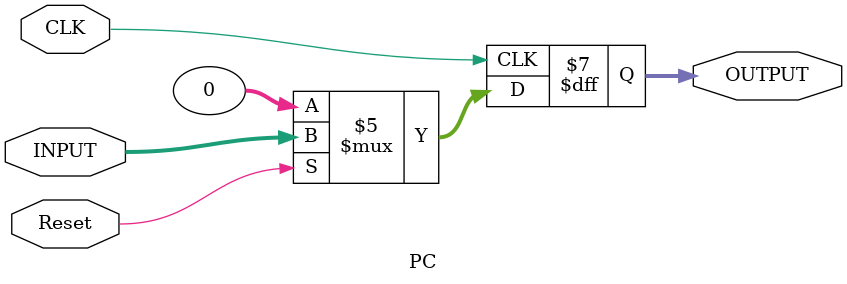
<source format=v>
`timescale 1ns / 1ps


module PC(CLK, Reset, INPUT, OUTPUT);
    input CLK;
    input [31:0] INPUT;
    output reg [31:0] OUTPUT;
    input Reset;
    /** Initialize output */
    initial begin
        OUTPUT = 0;
    end
    
    always @ (posedge CLK)
    begin
        if(!Reset) 
            OUTPUT = 32'b00000000000000000000000000000000;          // Reset
        else
            OUTPUT = INPUT;
    end
    
    
endmodule

</source>
